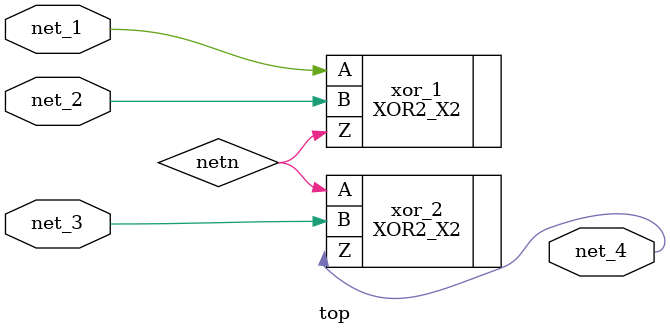
<source format=v>
/* Generated by Yosys 0.5+292 (git sha1 6f9a6fd, gcc 4.6.3-1ubuntu5 -fPIC -Os) */

`include <inter.v>

module top(net_1 , net_2 , net_3 , net_4);
input  net_1, net_2 ,  net_3;
output net_4;

XOR2_X2 xor_1(.A(net_1) , .B(net_2) , .Z(netn));
XOR2_X2 xor_2(.A(netn) , .B(net_3) , .Z(net_4));

endmodule

</source>
